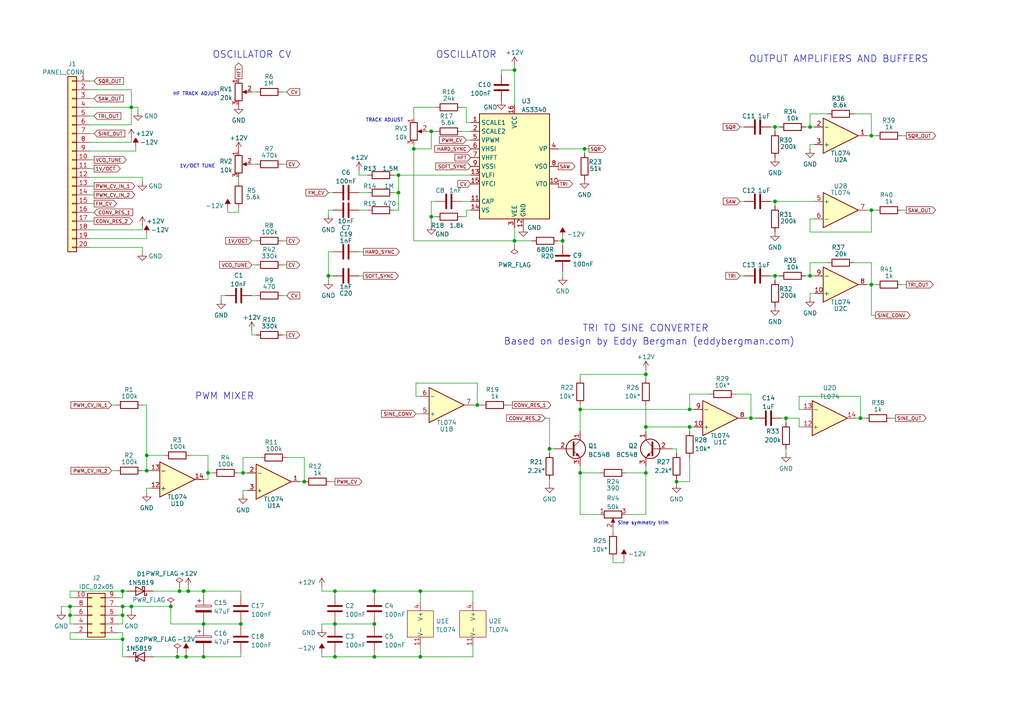
<source format=kicad_sch>
(kicad_sch (version 20211123) (generator eeschema)
  (paper "A4")
  (title_block (title "RW_EM_VCO_B") (date "2022-12-01") (rev "2022-12-01") (comment 1 "Licensed under CERN-OHL-S v2+") (comment 2 "https://github.com/sunfl0w/RW_EM"))
  (junction (at 168.275 137.16))
  (junction (at 97.155 190.5))
  (junction (at 224.79 80.01))
  (junction (at 252.73 60.96))
  (junction (at 187.325 108.585))
  (junction (at 187.325 137.16))
  (junction (at 200.025 118.745))
  (junction (at 59.055 190.5))
  (junction (at 51.435 190.5))
  (junction (at 38.1 31.115))
  (junction (at 20.32 175.895))
  (junction (at 163.195 69.85))
  (junction (at 59.055 180.975))
  (junction (at 49.53 175.895))
  (junction (at 69.85 180.975))
  (junction (at 38.1 175.895))
  (junction (at 115.57 50.8))
  (junction (at 53.975 190.5))
  (junction (at 108.585 190.5))
  (junction (at 97.155 171.45))
  (junction (at 224.79 58.42))
  (junction (at 149.225 69.85))
  (junction (at 125.095 62.865))
  (junction (at 121.92 190.5))
  (junction (at 108.585 180.975))
  (junction (at 42.545 136.525))
  (junction (at 159.385 130.175))
  (junction (at 187.325 123.825))
  (junction (at 95.25 80.01))
  (junction (at 54.61 171.45))
  (junction (at 59.055 171.45))
  (junction (at 249.555 121.285))
  (junction (at 196.215 139.7))
  (junction (at 252.73 39.37))
  (junction (at 20.32 178.435))
  (junction (at 120.015 43.18))
  (junction (at 125.095 38.1))
  (junction (at 252.73 82.55))
  (junction (at 224.79 36.83))
  (junction (at 88.265 139.7))
  (junction (at 138.43 117.475))
  (junction (at 70.485 137.16))
  (junction (at 42.545 132.08))
  (junction (at 35.56 171.45))
  (junction (at 35.56 178.435))
  (junction (at 35.56 175.895))
  (junction (at 149.225 20.32))
  (junction (at 97.155 180.975))
  (junction (at 168.275 118.745))
  (junction (at 52.07 171.45))
  (junction (at 234.95 80.01))
  (junction (at 169.545 43.18))
  (junction (at 200.025 123.825))
  (junction (at 121.92 171.45))
  (junction (at 115.57 55.88))
  (junction (at 227.965 121.285))
  (junction (at 108.585 171.45))
  (junction (at 217.805 121.285))
  (junction (at 234.95 36.83))
  (junction (at 35.56 185.42))
  (junction (at 60.325 137.16))
  (wire (pts (xy 126.365 58.42) (xy 125.095 58.42)))
  (wire (pts (xy 32.385 117.475) (xy 33.655 117.475)))
  (wire (pts (xy 187.325 108.585) (xy 187.325 109.855)))
  (wire (pts (xy 39.37 43.815) (xy 39.37 42.545)))
  (wire (pts (xy 136.525 60.96) (xy 135.255 60.96)))
  (wire (pts (xy 133.985 38.1) (xy 136.525 38.1)))
  (wire (pts (xy 65.405 85.725) (xy 64.135 85.725)))
  (wire (pts (xy 83.185 132.715) (xy 88.265 132.715)))
  (wire (pts (xy 20.32 175.895) (xy 17.78 175.895)))
  (wire (pts (xy 70.485 142.24) (xy 70.485 143.51)))
  (wire (pts (xy 26.035 69.215) (xy 42.545 69.215)))
  (wire (pts (xy 125.095 62.865) (xy 125.095 65.405)))
  (wire (pts (xy 20.32 183.515) (xy 21.59 183.515)))
  (wire (pts (xy 115.57 50.8) (xy 136.525 50.8)))
  (wire (pts (xy 104.14 50.8) (xy 104.14 49.53)))
  (wire (pts (xy 42.545 141.605) (xy 42.545 142.875)))
  (wire (pts (xy 163.195 69.85) (xy 163.195 71.12)))
  (wire (pts (xy 224.79 59.69) (xy 224.79 58.42)))
  (wire (pts (xy 51.435 190.5) (xy 51.435 189.23)))
  (wire (pts (xy 38.1 41.275) (xy 26.035 41.275)))
  (wire (pts (xy 133.985 31.115) (xy 135.255 31.115)))
  (wire (pts (xy 53.975 190.5) (xy 59.055 190.5)))
  (wire (pts (xy 40.005 31.115) (xy 38.1 31.115)))
  (wire (pts (xy 234.95 67.31) (xy 252.73 67.31)))
  (wire (pts (xy 35.56 180.975) (xy 34.29 180.975)))
  (wire (pts (xy 53.975 190.5) (xy 53.975 189.23)))
  (wire (pts (xy 252.73 76.2) (xy 247.65 76.2)))
  (wire (pts (xy 168.275 135.255) (xy 168.275 137.16)))
  (wire (pts (xy 240.03 76.2) (xy 234.95 76.2)))
  (wire (pts (xy 252.73 33.02) (xy 247.65 33.02)))
  (wire (pts (xy 252.73 67.31) (xy 252.73 60.96)))
  (wire (pts (xy 187.325 135.255) (xy 187.325 137.16)))
  (wire (pts (xy 35.56 175.895) (xy 38.1 175.895)))
  (wire (pts (xy 120.65 111.125) (xy 120.65 114.935)))
  (wire (pts (xy 196.215 139.7) (xy 200.025 139.7)))
  (wire (pts (xy 71.755 142.24) (xy 70.485 142.24)))
  (wire (pts (xy 108.585 171.45) (xy 121.92 171.45)))
  (wire (pts (xy 83.185 47.625) (xy 81.915 47.625)))
  (wire (pts (xy 83.185 97.155) (xy 81.915 97.155)))
  (wire (pts (xy 69.85 180.975) (xy 69.85 181.61)))
  (wire (pts (xy 170.815 43.18) (xy 169.545 43.18)))
  (wire (pts (xy 95.25 81.28) (xy 95.25 80.01)))
  (wire (pts (xy 217.805 121.285) (xy 216.535 121.285)))
  (wire (pts (xy 168.275 117.475) (xy 168.275 118.745)))
  (wire (pts (xy 227.965 121.285) (xy 227.965 122.555)))
  (wire (pts (xy 41.275 51.435) (xy 41.275 52.705)))
  (wire (pts (xy 187.325 137.16) (xy 187.325 149.225)))
  (wire (pts (xy 38.1 31.115) (xy 38.1 36.195)))
  (wire (pts (xy 32.385 136.525) (xy 33.655 136.525)))
  (wire (pts (xy 149.225 66.04) (xy 149.225 69.85)))
  (wire (pts (xy 214.63 36.83) (xy 215.9 36.83)))
  (wire (pts (xy 38.1 175.895) (xy 49.53 175.895)))
  (wire (pts (xy 73.025 95.885) (xy 73.025 97.155)))
  (wire (pts (xy 44.45 171.45) (xy 52.07 171.45)))
  (wire (pts (xy 194.945 130.175) (xy 196.215 130.175)))
  (wire (pts (xy 21.59 173.355) (xy 20.32 173.355)))
  (wire (pts (xy 163.195 78.74) (xy 163.195 80.01)))
  (wire (pts (xy 137.16 171.45) (xy 121.92 171.45)))
  (wire (pts (xy 224.79 80.01) (xy 223.52 80.01)))
  (wire (pts (xy 96.52 60.96) (xy 95.25 60.96)))
  (wire (pts (xy 149.225 20.32) (xy 149.225 30.48)))
  (wire (pts (xy 59.055 180.34) (xy 59.055 180.975)))
  (wire (pts (xy 224.79 58.42) (xy 223.52 58.42)))
  (wire (pts (xy 73.025 85.725) (xy 74.295 85.725)))
  (wire (pts (xy 120.015 41.91) (xy 120.015 43.18)))
  (wire (pts (xy 73.025 47.625) (xy 74.295 47.625)))
  (wire (pts (xy 231.775 118.745) (xy 231.775 114.935)))
  (wire (pts (xy 35.56 178.435) (xy 35.56 180.975)))
  (wire (pts (xy 138.43 111.125) (xy 120.65 111.125)))
  (wire (pts (xy 149.225 69.85) (xy 154.305 69.85)))
  (wire (pts (xy 26.035 31.115) (xy 38.1 31.115)))
  (wire (pts (xy 159.385 139.065) (xy 159.385 140.335)))
  (wire (pts (xy 168.275 109.855) (xy 168.275 108.585)))
  (wire (pts (xy 69.85 180.34) (xy 69.85 180.975)))
  (wire (pts (xy 181.61 137.16) (xy 187.325 137.16)))
  (wire (pts (xy 120.015 43.18) (xy 120.015 69.85)))
  (wire (pts (xy 70.485 137.16) (xy 71.755 137.16)))
  (wire (pts (xy 61.595 137.16) (xy 60.325 137.16)))
  (wire (pts (xy 200.025 139.7) (xy 200.025 132.715)))
  (wire (pts (xy 35.56 185.42) (xy 35.56 183.515)))
  (wire (pts (xy 41.275 136.525) (xy 42.545 136.525)))
  (wire (pts (xy 251.46 82.55) (xy 252.73 82.55)))
  (wire (pts (xy 97.155 190.5) (xy 108.585 190.5)))
  (wire (pts (xy 27.305 23.495) (xy 26.035 23.495)))
  (wire (pts (xy 35.56 190.5) (xy 36.83 190.5)))
  (wire (pts (xy 236.22 41.91) (xy 234.95 41.91)))
  (wire (pts (xy 41.275 51.435) (xy 26.035 51.435)))
  (wire (pts (xy 54.61 171.45) (xy 59.055 171.45)))
  (wire (pts (xy 233.045 123.825) (xy 231.775 123.825)))
  (wire (pts (xy 187.325 123.825) (xy 200.025 123.825)))
  (wire (pts (xy 73.025 26.67) (xy 74.295 26.67)))
  (wire (pts (xy 200.025 123.825) (xy 200.025 125.095)))
  (wire (pts (xy 97.155 171.45) (xy 97.155 172.72)))
  (wire (pts (xy 227.965 121.285) (xy 231.775 121.285)))
  (wire (pts (xy 20.32 178.435) (xy 20.32 180.975)))
  (wire (pts (xy 138.43 117.475) (xy 138.43 111.125)))
  (wire (pts (xy 97.155 139.7) (xy 95.885 139.7)))
  (wire (pts (xy 20.32 185.42) (xy 35.56 185.42)))
  (wire (pts (xy 96.52 73.025) (xy 95.25 73.025)))
  (wire (pts (xy 115.57 50.8) (xy 114.3 50.8)))
  (wire (pts (xy 133.985 58.42) (xy 136.525 58.42)))
  (wire (pts (xy 224.79 36.83) (xy 226.06 36.83)))
  (wire (pts (xy 95.25 55.88) (xy 96.52 55.88)))
  (wire (pts (xy 252.73 39.37) (xy 254 39.37)))
  (wire (pts (xy 69.85 190.5) (xy 69.85 189.23)))
  (wire (pts (xy 224.79 58.42) (xy 236.22 58.42)))
  (wire (pts (xy 121.92 190.5) (xy 121.92 187.325)))
  (wire (pts (xy 49.53 180.975) (xy 59.055 180.975)))
  (wire (pts (xy 137.16 174.625) (xy 137.16 171.45)))
  (wire (pts (xy 168.275 118.745) (xy 200.025 118.745)))
  (wire (pts (xy 168.275 108.585) (xy 187.325 108.585)))
  (wire (pts (xy 42.545 117.475) (xy 42.545 132.08)))
  (wire (pts (xy 66.04 60.325) (xy 66.04 61.595)))
  (wire (pts (xy 54.61 171.45) (xy 54.61 170.18)))
  (wire (pts (xy 249.555 121.285) (xy 248.285 121.285)))
  (wire (pts (xy 27.305 64.135) (xy 26.035 64.135)))
  (wire (pts (xy 64.135 85.725) (xy 64.135 86.995)))
  (wire (pts (xy 60.325 137.16) (xy 60.325 139.065)))
  (wire (pts (xy 123.825 38.1) (xy 125.095 38.1)))
  (wire (pts (xy 137.16 190.5) (xy 137.16 187.325)))
  (wire (pts (xy 177.8 161.925) (xy 177.8 163.195)))
  (wire (pts (xy 224.79 36.83) (xy 223.52 36.83)))
  (wire (pts (xy 60.325 132.08) (xy 60.325 137.16)))
  (wire (pts (xy 108.585 180.975) (xy 108.585 181.61)))
  (wire (pts (xy 20.32 180.975) (xy 21.59 180.975)))
  (wire (pts (xy 106.68 50.8) (xy 104.14 50.8)))
  (wire (pts (xy 97.155 180.975) (xy 108.585 180.975)))
  (wire (pts (xy 69.215 51.435) (xy 69.215 52.705)))
  (wire (pts (xy 69.85 172.72) (xy 69.85 171.45)))
  (wire (pts (xy 95.25 73.025) (xy 95.25 80.01)))
  (wire (pts (xy 135.255 62.865) (xy 133.985 62.865)))
  (wire (pts (xy 120.015 31.115) (xy 120.015 34.29)))
  (wire (pts (xy 250.825 121.285) (xy 249.555 121.285)))
  (wire (pts (xy 125.095 43.18) (xy 125.095 38.1)))
  (wire (pts (xy 47.625 132.08) (xy 42.545 132.08)))
  (wire (pts (xy 233.68 80.01) (xy 234.95 80.01)))
  (wire (pts (xy 234.95 76.2) (xy 234.95 80.01)))
  (wire (pts (xy 93.345 190.5) (xy 97.155 190.5)))
  (wire (pts (xy 217.805 121.285) (xy 219.075 121.285)))
  (wire (pts (xy 214.63 58.42) (xy 215.9 58.42)))
  (wire (pts (xy 120.015 69.85) (xy 149.225 69.85)))
  (wire (pts (xy 73.025 97.155) (xy 74.295 97.155)))
  (wire (pts (xy 240.03 33.02) (xy 234.95 33.02)))
  (wire (pts (xy 73.025 76.835) (xy 74.295 76.835)))
  (wire (pts (xy 83.185 26.67) (xy 81.915 26.67)))
  (wire (pts (xy 114.3 60.96) (xy 115.57 60.96)))
  (wire (pts (xy 35.56 183.515) (xy 34.29 183.515)))
  (wire (pts (xy 200.025 118.745) (xy 200.025 114.3)))
  (wire (pts (xy 108.585 171.45) (xy 108.585 172.72)))
  (wire (pts (xy 35.56 175.895) (xy 35.56 178.435)))
  (wire (pts (xy 43.815 141.605) (xy 42.545 141.605)))
  (wire (pts (xy 38.1 175.895) (xy 38.1 177.165)))
  (wire (pts (xy 224.79 81.28) (xy 224.79 80.01)))
  (wire (pts (xy 234.95 85.09) (xy 234.95 86.36)))
  (wire (pts (xy 42.545 136.525) (xy 43.815 136.525)))
  (wire (pts (xy 93.345 180.975) (xy 97.155 180.975)))
  (wire (pts (xy 42.545 69.215) (xy 42.545 67.945)))
  (wire (pts (xy 200.025 114.3) (xy 205.74 114.3)))
  (wire (pts (xy 234.95 41.91) (xy 234.95 43.18)))
  (wire (pts (xy 38.1 26.035) (xy 38.1 31.115)))
  (wire (pts (xy 93.345 170.18) (xy 93.345 171.45)))
  (wire (pts (xy 180.975 163.195) (xy 180.975 161.925)))
  (wire (pts (xy 236.22 85.09) (xy 234.95 85.09)))
  (wire (pts (xy 138.43 117.475) (xy 139.7 117.475)))
  (wire (pts (xy 227.965 130.175) (xy 227.965 131.445)))
  (wire (pts (xy 187.325 123.825) (xy 187.325 125.095)))
  (wire (pts (xy 17.78 175.895) (xy 17.78 177.165)))
  (wire (pts (xy 213.36 114.3) (xy 217.805 114.3)))
  (wire (pts (xy 120.015 43.18) (xy 125.095 43.18)))
  (wire (pts (xy 226.695 121.285) (xy 227.965 121.285)))
  (wire (pts (xy 108.585 189.23) (xy 108.585 190.5)))
  (wire (pts (xy 20.32 178.435) (xy 21.59 178.435)))
  (wire (pts (xy 196.215 139.065) (xy 196.215 139.7)))
  (wire (pts (xy 169.545 43.18) (xy 161.925 43.18)))
  (wire (pts (xy 20.32 175.895) (xy 20.32 178.435)))
  (wire (pts (xy 27.305 46.355) (xy 26.035 46.355)))
  (wire (pts (xy 251.46 39.37) (xy 252.73 39.37)))
  (wire (pts (xy 168.275 118.745) (xy 168.275 125.095)))
  (wire (pts (xy 34.29 175.895) (xy 35.56 175.895)))
  (wire (pts (xy 262.89 60.96) (xy 261.62 60.96)))
  (wire (pts (xy 125.095 58.42) (xy 125.095 62.865)))
  (wire (pts (xy 27.305 33.655) (xy 26.035 33.655)))
  (wire (pts (xy 55.245 132.08) (xy 60.325 132.08)))
  (wire (pts (xy 252.73 82.55) (xy 252.73 91.44)))
  (wire (pts (xy 234.95 63.5) (xy 234.95 67.31)))
  (wire (pts (xy 60.325 139.065) (xy 59.055 139.065)))
  (wire (pts (xy 145.415 20.32) (xy 149.225 20.32)))
  (wire (pts (xy 27.305 48.895) (xy 26.035 48.895)))
  (wire (pts (xy 35.56 173.355) (xy 34.29 173.355)))
  (wire (pts (xy 93.345 189.23) (xy 93.345 190.5)))
  (wire (pts (xy 95.25 80.01) (xy 96.52 80.01)))
  (wire (pts (xy 27.305 56.515) (xy 26.035 56.515)))
  (wire (pts (xy 69.215 137.16) (xy 70.485 137.16)))
  (wire (pts (xy 59.055 172.72) (xy 59.055 171.45)))
  (wire (pts (xy 26.035 43.815) (xy 39.37 43.815)))
  (wire (pts (xy 104.14 60.96) (xy 106.68 60.96)))
  (wire (pts (xy 51.435 190.5) (xy 53.975 190.5)))
  (wire (pts (xy 26.035 36.195) (xy 38.1 36.195)))
  (wire (pts (xy 163.195 68.58) (xy 163.195 69.85)))
  (wire (pts (xy 27.305 28.575) (xy 26.035 28.575)))
  (wire (pts (xy 168.275 137.16) (xy 168.275 149.225)))
  (wire (pts (xy 114.3 55.88) (xy 115.57 55.88)))
  (wire (pts (xy 27.305 53.975) (xy 26.035 53.975)))
  (wire (pts (xy 93.345 171.45) (xy 97.155 171.45)))
  (wire (pts (xy 233.045 118.745) (xy 231.775 118.745)))
  (wire (pts (xy 200.025 118.745) (xy 201.295 118.745)))
  (wire (pts (xy 234.95 33.02) (xy 234.95 36.83)))
  (wire (pts (xy 104.14 55.88) (xy 106.68 55.88)))
  (wire (pts (xy 59.055 180.975) (xy 59.055 181.61)))
  (wire (pts (xy 252.73 82.55) (xy 254 82.55)))
  (wire (pts (xy 214.63 80.01) (xy 215.9 80.01)))
  (wire (pts (xy 231.775 123.825) (xy 231.775 121.285)))
  (wire (pts (xy 97.155 180.34) (xy 97.155 180.975)))
  (wire (pts (xy 177.8 163.195) (xy 180.975 163.195)))
  (wire (pts (xy 145.415 21.59) (xy 145.415 20.32)))
  (wire (pts (xy 121.92 190.5) (xy 137.16 190.5)))
  (wire (pts (xy 40.005 32.385) (xy 40.005 31.115)))
  (wire (pts (xy 231.775 114.935) (xy 249.555 114.935)))
  (wire (pts (xy 217.805 114.3) (xy 217.805 121.285)))
  (wire (pts (xy 108.585 190.5) (xy 121.92 190.5)))
  (wire (pts (xy 135.255 60.96) (xy 135.255 62.865)))
  (wire (pts (xy 66.04 61.595) (xy 69.215 61.595)))
  (wire (pts (xy 41.275 117.475) (xy 42.545 117.475)))
  (wire (pts (xy 196.215 130.175) (xy 196.215 131.445)))
  (wire (pts (xy 251.46 60.96) (xy 252.73 60.96)))
  (wire (pts (xy 35.56 185.42) (xy 35.56 190.5)))
  (wire (pts (xy 137.16 117.475) (xy 138.43 117.475)))
  (wire (pts (xy 88.265 139.7) (xy 86.995 139.7)))
  (wire (pts (xy 177.8 153.035) (xy 177.8 154.305)))
  (wire (pts (xy 108.585 180.34) (xy 108.585 180.975)))
  (wire (pts (xy 75.565 132.715) (xy 70.485 132.715)))
  (wire (pts (xy 233.68 36.83) (xy 234.95 36.83)))
  (wire (pts (xy 168.275 149.225) (xy 173.99 149.225)))
  (wire (pts (xy 168.275 137.16) (xy 173.99 137.16)))
  (wire (pts (xy 20.32 183.515) (xy 20.32 185.42)))
  (wire (pts (xy 69.215 61.595) (xy 69.215 60.325)))
  (wire (pts (xy 147.32 117.475) (xy 148.59 117.475)))
  (wire (pts (xy 236.22 63.5) (xy 234.95 63.5)))
  (wire (pts (xy 97.155 171.45) (xy 108.585 171.45)))
  (wire (pts (xy 234.95 80.01) (xy 236.22 80.01)))
  (wire (pts (xy 121.92 174.625) (xy 121.92 171.45)))
  (wire (pts (xy 149.225 69.85) (xy 149.225 71.12)))
  (wire (pts (xy 93.345 182.245) (xy 93.345 180.975)))
  (wire (pts (xy 105.41 80.01) (xy 104.14 80.01)))
  (wire (pts (xy 49.53 175.895) (xy 49.53 180.975)))
  (wire (pts (xy 97.155 189.23) (xy 97.155 190.5)))
  (wire (pts (xy 159.385 130.175) (xy 159.385 131.445)))
  (wire (pts (xy 26.035 26.035) (xy 38.1 26.035)))
  (wire (pts (xy 262.89 82.55) (xy 261.62 82.55)))
  (wire (pts (xy 41.275 71.755) (xy 41.275 73.025)))
  (wire (pts (xy 59.055 190.5) (xy 69.85 190.5)))
  (wire (pts (xy 262.89 39.37) (xy 261.62 39.37)))
  (wire (pts (xy 252.73 60.96) (xy 254 60.96)))
  (wire (pts (xy 27.305 59.055) (xy 26.035 59.055)))
  (wire (pts (xy 120.65 114.935) (xy 121.92 114.935)))
  (wire (pts (xy 135.255 40.64) (xy 136.525 40.64)))
  (wire (pts (xy 70.485 132.715) (xy 70.485 137.16)))
  (wire (pts (xy 249.555 114.935) (xy 249.555 121.285)))
  (wire (pts (xy 42.545 132.08) (xy 42.545 136.525)))
  (wire (pts (xy 224.79 80.01) (xy 226.06 80.01)))
  (wire (pts (xy 20.32 171.45) (xy 35.56 171.45)))
  (wire (pts (xy 52.07 171.45) (xy 52.07 170.18)))
  (wire (pts (xy 59.055 180.975) (xy 69.85 180.975)))
  (wire (pts (xy 120.65 120.015) (xy 121.92 120.015)))
  (wire (pts (xy 115.57 50.8) (xy 115.57 55.88)))
  (wire (pts (xy 252.73 82.55) (xy 252.73 76.2)))
  (wire (pts (xy 252.73 91.44) (xy 254 91.44)))
  (wire (pts (xy 234.95 36.83) (xy 236.22 36.83)))
  (wire (pts (xy 158.115 121.285) (xy 159.385 121.285)))
  (wire (pts (xy 35.56 171.45) (xy 36.83 171.45)))
  (wire (pts (xy 126.365 31.115) (xy 120.015 31.115)))
  (wire (pts (xy 196.215 139.7) (xy 196.215 140.335)))
  (wire (pts (xy 59.055 171.45) (xy 69.85 171.45)))
  (wire (pts (xy 73.025 69.85) (xy 74.295 69.85)))
  (wire (pts (xy 83.185 76.835) (xy 81.915 76.835)))
  (wire (pts (xy 149.225 19.05) (xy 149.225 20.32)))
  (wire (pts (xy 135.255 35.56) (xy 136.525 35.56)))
  (wire (pts (xy 35.56 171.45) (xy 35.56 173.355)))
  (wire (pts (xy 200.025 123.825) (xy 201.295 123.825)))
  (wire (pts (xy 187.325 107.315) (xy 187.325 108.585)))
  (wire (pts (xy 20.32 173.355) (xy 20.32 171.45)))
  (wire (pts (xy 41.275 66.675) (xy 26.035 66.675)))
  (wire (pts (xy 44.45 190.5) (xy 51.435 190.5)))
  (wire (pts (xy 21.59 175.895) (xy 20.32 175.895)))
  (wire (pts (xy 159.385 130.175) (xy 159.385 121.285)))
  (wire (pts (xy 252.73 39.37) (xy 252.73 33.02)))
  (wire (pts (xy 224.79 38.1) (xy 224.79 36.83)))
  (wire (pts (xy 187.325 149.225) (xy 181.61 149.225)))
  (wire (pts (xy 41.275 65.405) (xy 41.275 66.675)))
  (wire (pts (xy 187.325 117.475) (xy 187.325 123.825)))
  (wire (pts (xy 88.265 132.715) (xy 88.265 139.7)))
  (wire (pts (xy 59.055 189.23) (xy 59.055 190.5)))
  (wire (pts (xy 41.275 71.755) (xy 26.035 71.755)))
  (wire (pts (xy 52.07 171.45) (xy 54.61 171.45)))
  (wire (pts (xy 169.545 43.18) (xy 169.545 44.45)))
  (wire (pts (xy 27.305 61.595) (xy 26.035 61.595)))
  (wire (pts (xy 105.41 73.025) (xy 104.14 73.025)))
  (wire (pts (xy 259.715 121.285) (xy 258.445 121.285)))
  (wire (pts (xy 81.915 85.725) (xy 83.185 85.725)))
  (wire (pts (xy 95.25 60.96) (xy 95.25 62.23)))
  (wire (pts (xy 125.095 62.865) (xy 126.365 62.865)))
  (wire (pts (xy 97.155 180.975) (xy 97.155 181.61)))
  (wire (pts (xy 160.655 130.175) (xy 159.385 130.175)))
  (wire (pts (xy 27.305 38.735) (xy 26.035 38.735)))
  (wire (pts (xy 115.57 55.88) (xy 115.57 60.96)))
  (wire (pts (xy 83.185 69.85) (xy 81.915 69.85)))
  (wire (pts (xy 125.095 38.1) (xy 126.365 38.1)))
  (wire (pts (xy 163.195 69.85) (xy 161.925 69.85)))
  (wire (pts (xy 34.29 178.435) (xy 35.56 178.435)))
  (wire (pts (xy 38.1 40.005) (xy 38.1 41.275)))
  (wire (pts (xy 135.255 31.115) (xy 135.255 35.56)))
  (text "TRACK ADJUST" (at 106.045 35.56 0) (effects (font (size 1 1)) (justify left bottom)))
  (text "Based on design by Eddy Bergman (eddybergman.com)" (at 146.05 100.33 0) (effects (font (size 2 2)) (justify left bottom)))
  (text "1V/OCT TUNE" (at 52.07 48.895 0) (effects (font (size 1 1)) (justify left bottom)))
  (text "OUTPUT AMPLIFIERS AND BUFFERS" (at 217.17 18.415 0) (effects (font (size 2 2)) (justify left bottom)))
  (text "PWM MIXER" (at 56.515 116.205 0) (effects (font (size 2 2)) (justify left bottom)))
  (text "Sine symmetry trim" (at 179.07 152.4 0) (effects (font (size 1 1)) (justify left bottom)))
  (text "TRI TO SINE CONVERTER" (at 168.91 96.52 0) (effects (font (size 2 2)) (justify left bottom)))
  (text "OSCILLATOR" (at 126.365 17.145 0) (effects (font (size 2 2)) (justify left bottom)))
  (text "OSCILLATOR CV" (at 61.595 17.145 0) (effects (font (size 2 2)) (justify left bottom)))
  (text "HF TRACK ADJUST" (at 50.165 27.94 0) (effects (font (size 1 1)) (justify left bottom)))
  (global_label "SAW_OUT" (shape input) (at 27.305 28.575 0) (effects (font (size 1 1))) (property "Intersheet References" "${INTERSHEET_REFS}" (effects hide)))
  (global_label "SQR" (shape output) (at 170.815 43.18 0) (effects (font (size 1 1))) (property "Intersheet References" "${INTERSHEET_REFS}" (effects hide)))
  (global_label "FM_CV" (shape output) (at 27.305 59.055 0) (effects (font (size 1 1))) (property "Intersheet References" "${INTERSHEET_REFS}" (effects hide)))
  (global_label "CONV_RES_1" (shape input) (at 27.305 61.595 0) (effects (font (size 1 1))) (property "Intersheet References" "${INTERSHEET_REFS}" (effects hide)))
  (global_label "PWM_CV" (shape output) (at 97.155 139.7 0) (effects (font (size 1 1))) (property "Intersheet References" "${INTERSHEET_REFS}" (effects hide)))
  (global_label "SQR_OUT" (shape input) (at 27.305 23.495 0) (effects (font (size 1 1))) (property "Intersheet References" "${INTERSHEET_REFS}" (effects hide)))
  (global_label "SINE_OUT" (shape output) (at 259.715 121.285 0) (effects (font (size 1 1))) (property "Intersheet References" "${INTERSHEET_REFS}" (effects hide)))
  (global_label "CONV_RES_1" (shape output) (at 148.59 117.475 0) (effects (font (size 1 1))) (property "Intersheet References" "${INTERSHEET_REFS}" (effects hide)))
  (global_label "TRI_OUT" (shape output) (at 262.89 82.55 0) (effects (font (size 1 1))) (property "Intersheet References" "${INTERSHEET_REFS}" (effects hide)))
  (global_label "SAW" (shape input) (at 214.63 58.42 180) (effects (font (size 1 1))) (property "Intersheet References" "${INTERSHEET_REFS}" (effects hide)))
  (global_label "CV" (shape input) (at 83.185 85.725 0) (effects (font (size 1 1))) (property "Intersheet References" "${INTERSHEET_REFS}" (effects hide)))
  (global_label "HFT" (shape output) (at 69.215 22.86 90) (effects (font (size 1 1))) (property "Intersheet References" "${INTERSHEET_REFS}" (effects hide)))
  (global_label "CV" (shape input) (at 83.185 26.67 0) (effects (font (size 1 1))) (property "Intersheet References" "${INTERSHEET_REFS}" (effects hide)))
  (global_label "SOFT_SYNC" (shape output) (at 105.41 80.01 0) (effects (font (size 1 1))) (property "Intersheet References" "${INTERSHEET_REFS}" (effects hide)))
  (global_label "VCO_TUNE" (shape input) (at 73.025 76.835 180) (effects (font (size 1 1))) (property "Intersheet References" "${INTERSHEET_REFS}" (effects hide)))
  (global_label "PWM_CV_IN_2" (shape output) (at 27.305 56.515 0) (effects (font (size 1 1))) (property "Intersheet References" "${INTERSHEET_REFS}" (effects hide)))
  (global_label "1V{slash}OCT" (shape input) (at 73.025 69.85 180) (effects (font (size 1 1))) (property "Intersheet References" "${INTERSHEET_REFS}" (effects hide)))
  (global_label "CONV_RES_2" (shape input) (at 158.115 121.285 180) (effects (font (size 1 1))) (property "Intersheet References" "${INTERSHEET_REFS}" (effects hide)))
  (global_label "CV" (shape input) (at 136.525 53.34 180) (effects (font (size 1 1))) (property "Intersheet References" "${INTERSHEET_REFS}" (effects hide)))
  (global_label "SAW_OUT" (shape output) (at 262.89 60.96 0) (effects (font (size 1 1))) (property "Intersheet References" "${INTERSHEET_REFS}" (effects hide)))
  (global_label "PWM_CV_IN_1" (shape output) (at 27.305 53.975 0) (effects (font (size 1 1))) (property "Intersheet References" "${INTERSHEET_REFS}" (effects hide)))
  (global_label "PWM_CV_IN_2" (shape input) (at 32.385 136.525 180) (effects (font (size 1 1))) (property "Intersheet References" "${INTERSHEET_REFS}" (effects hide)))
  (global_label "SQR" (shape input) (at 214.63 36.83 180) (effects (font (size 1 1))) (property "Intersheet References" "${INTERSHEET_REFS}" (effects hide)))
  (global_label "HFT" (shape input) (at 136.525 45.72 180) (effects (font (size 1 1))) (property "Intersheet References" "${INTERSHEET_REFS}" (effects hide)))
  (global_label "SOFT_SYNC" (shape input) (at 136.525 48.26 180) (effects (font (size 1 1))) (property "Intersheet References" "${INTERSHEET_REFS}" (effects hide)))
  (global_label "SAW" (shape output) (at 161.925 48.26 0) (effects (font (size 1 1))) (property "Intersheet References" "${INTERSHEET_REFS}" (effects hide)))
  (global_label "HARD_SYNC" (shape output) (at 105.41 73.025 0) (effects (font (size 1 1))) (property "Intersheet References" "${INTERSHEET_REFS}" (effects hide)))
  (global_label "SINE_CONV" (shape output) (at 254 91.44 0) (effects (font (size 1 1))) (property "Intersheet References" "${INTERSHEET_REFS}" (effects hide)))
  (global_label "TRI_OUT" (shape input) (at 27.305 33.655 0) (effects (font (size 1 1))) (property "Intersheet References" "${INTERSHEET_REFS}" (effects hide)))
  (global_label "TRI" (shape input) (at 214.63 80.01 180) (effects (font (size 1 1))) (property "Intersheet References" "${INTERSHEET_REFS}" (effects hide)))
  (global_label "1V{slash}OCT" (shape output) (at 27.305 48.895 0) (effects (font (size 1 1))) (property "Intersheet References" "${INTERSHEET_REFS}" (effects hide)))
  (global_label "SINE_OUT" (shape input) (at 27.305 38.735 0) (effects (font (size 1 1))) (property "Intersheet References" "${INTERSHEET_REFS}" (effects hide)))
  (global_label "VCO_TUNE" (shape output) (at 27.305 46.355 0) (effects (font (size 1 1))) (property "Intersheet References" "${INTERSHEET_REFS}" (effects hide)))
  (global_label "CONV_RES_2" (shape output) (at 27.305 64.135 0) (effects (font (size 1 1))) (property "Intersheet References" "${INTERSHEET_REFS}" (effects hide)))
  (global_label "SQR_OUT" (shape output) (at 262.89 39.37 0) (effects (font (size 1 1))) (property "Intersheet References" "${INTERSHEET_REFS}" (effects hide)))
  (global_label "FM_CV" (shape input) (at 95.25 55.88 180) (effects (font (size 1 1))) (property "Intersheet References" "${INTERSHEET_REFS}" (effects hide)))
  (global_label "TRI" (shape output) (at 161.925 53.34 0) (effects (font (size 1 1))) (property "Intersheet References" "${INTERSHEET_REFS}" (effects hide)))
  (global_label "PWM_CV" (shape input) (at 135.255 40.64 180) (effects (font (size 1 1))) (property "Intersheet References" "${INTERSHEET_REFS}" (effects hide)))
  (global_label "PWM_CV_IN_1" (shape input) (at 32.385 117.475 180) (effects (font (size 1 1))) (property "Intersheet References" "${INTERSHEET_REFS}" (effects hide)))
  (global_label "CV" (shape output) (at 83.185 47.625 0) (effects (font (size 1 1))) (property "Intersheet References" "${INTERSHEET_REFS}" (effects hide)))
  (global_label "HARD_SYNC" (shape input) (at 136.525 43.18 180) (effects (font (size 1 1))) (property "Intersheet References" "${INTERSHEET_REFS}" (effects hide)))
  (global_label "CV" (shape output) (at 83.185 76.835 0) (effects (font (size 1 1))) (property "Intersheet References" "${INTERSHEET_REFS}" (effects hide)))
  (global_label "SINE_CONV" (shape input) (at 120.65 120.015 180) (effects (font (size 1 1))) (property "Intersheet References" "${INTERSHEET_REFS}" (effects hide)))
  (global_label "CV" (shape output) (at 83.185 97.155 0) (effects (font (size 1 1))) (property "Intersheet References" "${INTERSHEET_REFS}" (effects hide)))
  (global_label "CV" (shape output) (at 83.185 69.85 0) (effects (font (size 1 1))) (property "Intersheet References" "${INTERSHEET_REFS}" (effects hide)))
  (symbol (lib_id "Device:C") (at 219.71 36.83 90) (unit 1)
    (property "Reference" "C11" (at 217.17 33.655 90))
    (property "Value" "1uF" (at 221.615 33.655 90))
    (property "Footprint" "Capacitor_THT:C_Rect_L7.2mm_W5.5mm_P5.00mm_FKS2_FKP2_MKS2_MKP2" (effects hide))
  )
  (symbol (lib_id "Device:R") (at 78.105 26.67 90) (unit 1)
    (property "Reference" "R6" (at 79.375 22.225 90) (effects (justify left)))
    (property "Value" "1M" (at 79.375 24.13 90) (effects (justify left)))
    (property "Footprint" "Resistor_THT:R_Axial_DIN0207_L6.3mm_D2.5mm_P10.16mm_Horizontal" (effects hide))
  )
  (symbol (lib_id "Device:C") (at 69.85 185.42 0) (unit 1)
    (property "Reference" "C18" (at 72.771 184.5853 0) (effects (justify left)))
    (property "Value" "100nF" (at 72.771 187.1222 0) (effects (justify left)))
    (property "Footprint" "Capacitor_THT:C_Disc_D5.0mm_W2.5mm_P5.00mm" (effects hide))
  )
  (symbol (lib_id "Device:C") (at 97.155 185.42 0) (unit 1)
    (property "Reference" "C3" (at 100.076 184.5853 0) (effects (justify left)))
    (property "Value" "100nF" (at 100.076 187.1222 0) (effects (justify left)))
    (property "Footprint" "Capacitor_THT:C_Disc_D5.0mm_W2.5mm_P5.00mm" (effects hide))
  )
  (symbol (lib_id "Device:R") (at 243.84 33.02 90) (unit 1)
    (property "Reference" "R36" (at 245.11 28.575 90) (effects (justify left)))
    (property "Value" "8.6k" (at 245.745 30.48 90) (effects (justify left)))
    (property "Footprint" "Resistor_THT:R_Axial_DIN0207_L6.3mm_D2.5mm_P10.16mm_Horizontal" (effects hide))
  )
  (symbol (lib_id "Device:R") (at 200.025 128.905 180) (unit 1)
    (property "Reference" "R28" (at 203.2 127.635 0))
    (property "Value" "10k*" (at 203.835 130.175 0))
    (property "Footprint" "Resistor_THT:R_Axial_DIN0207_L6.3mm_D2.5mm_P10.16mm_Horizontal" (effects hide))
  )
  (symbol (lib_id "power:GND") (at 224.79 88.9 0) (unit 1)
    (property "Reference" "#PWR034" (effects hide))
    (property "Value" "GND" (at 224.79 93.3434 0))
  )
  (symbol (lib_id "RW_EurorackModular:TL074") (at 208.915 121.285 0) (mirror x) (unit 3)
    (property "Reference" "U1" (at 208.915 128.27 0))
    (property "Value" "TL074" (at 208.915 126.365 0))
  )
  (symbol (lib_id "Device:R") (at 187.325 113.665 180) (unit 1)
    (property "Reference" "R26" (at 183.515 112.395 0))
    (property "Value" "10k*" (at 183.515 114.935 0))
    (property "Footprint" "Resistor_THT:R_Axial_DIN0207_L6.3mm_D2.5mm_P10.16mm_Horizontal" (effects hide))
  )
  (symbol (lib_id "Device:R") (at 110.49 60.96 90) (unit 1)
    (property "Reference" "R15" (at 109.22 59.055 90) (effects (justify left)))
    (property "Value" "470" (at 114.935 59.055 90) (effects (justify left)))
    (property "Footprint" "Resistor_THT:R_Axial_DIN0207_L6.3mm_D2.5mm_P10.16mm_Horizontal" (effects hide))
  )
  (symbol (lib_id "Device:C") (at 100.33 73.025 270) (unit 1)
    (property "Reference" "C19" (at 100.33 67.945 90))
    (property "Value" "1nF" (at 100.33 69.85 90))
    (property "Footprint" "Capacitor_THT:C_Disc_D5.0mm_W2.5mm_P5.00mm" (effects hide))
  )
  (symbol (lib_id "power:-12V") (at 53.975 189.23 0) (unit 1)
    (property "Reference" "#PWR039" (effects hide))
    (property "Value" "-12V" (at 53.975 185.42 0))
  )
  (symbol (lib_id "Device:C") (at 69.85 176.53 0) (unit 1)
    (property "Reference" "C17" (at 72.771 175.6953 0) (effects (justify left)))
    (property "Value" "100nF" (at 72.771 178.2322 0) (effects (justify left)))
    (property "Footprint" "Capacitor_THT:C_Disc_D5.0mm_W2.5mm_P5.00mm" (effects hide))
  )
  (symbol (lib_id "Device:R") (at 78.105 97.155 90) (unit 1)
    (property "Reference" "R10" (at 80.01 92.71 90) (effects (justify left)))
    (property "Value" "330k" (at 80.645 94.615 90) (effects (justify left)))
    (property "Footprint" "Resistor_THT:R_Axial_DIN0207_L6.3mm_D2.5mm_P10.16mm_Horizontal" (effects hide))
  )
  (symbol (lib_id "RW_EurorackModular:TL074") (at 243.84 60.96 0) (unit 2)
    (property "Reference" "U2" (at 243.84 53.975 0))
    (property "Value" "TL074" (at 243.84 55.88 0))
  )
  (symbol (lib_id "Device:R") (at 159.385 135.255 180) (unit 1)
    (property "Reference" "R21" (at 155.575 133.985 0))
    (property "Value" "2.2k*" (at 155.575 136.525 0))
    (property "Footprint" "Resistor_THT:R_Axial_DIN0207_L6.3mm_D2.5mm_P10.16mm_Horizontal" (effects hide))
  )
  (symbol (lib_id "Device:R") (at 257.81 60.96 90) (unit 1)
    (property "Reference" "R40" (at 259.08 56.515 90) (effects (justify left)))
    (property "Value" "1k" (at 259.08 58.42 90) (effects (justify left)))
    (property "Footprint" "Resistor_THT:R_Axial_DIN0207_L6.3mm_D2.5mm_P10.16mm_Horizontal" (effects hide))
  )
  (symbol (lib_id "power:GND") (at 169.545 52.07 0) (unit 1)
    (property "Reference" "#PWR028" (effects hide))
    (property "Value" "GND" (at 169.545 56.5134 0))
  )
  (symbol (lib_id "Device:R") (at 254.635 121.285 270) (unit 1)
    (property "Reference" "R38" (at 254.635 116.84 90))
    (property "Value" "1k" (at 254.635 118.745 90))
    (property "Footprint" "Resistor_THT:R_Axial_DIN0207_L6.3mm_D2.5mm_P10.16mm_Horizontal" (effects hide))
  )
  (symbol (lib_id "Device:C") (at 219.71 80.01 90) (unit 1)
    (property "Reference" "C13" (at 217.17 76.835 90))
    (property "Value" "1uF" (at 221.615 76.835 90))
    (property "Footprint" "Capacitor_THT:C_Rect_L7.2mm_W5.5mm_P5.00mm_FKS2_FKP2_MKS2_MKP2" (effects hide))
  )
  (symbol (lib_id "Device:R") (at 79.375 132.715 90) (unit 1)
    (property "Reference" "R11" (at 80.645 128.27 90) (effects (justify left)))
    (property "Value" "100k" (at 81.915 130.175 90) (effects (justify left)))
    (property "Footprint" "Resistor_THT:R_Axial_DIN0207_L6.3mm_D2.5mm_P10.16mm_Horizontal" (effects hide))
  )
  (symbol (lib_id "Device:R") (at 243.84 76.2 90) (unit 1)
    (property "Reference" "R37" (at 245.11 71.755 90) (effects (justify left)))
    (property "Value" "20k" (at 245.745 73.66 90) (effects (justify left)))
    (property "Footprint" "Resistor_THT:R_Axial_DIN0207_L6.3mm_D2.5mm_P10.16mm_Horizontal" (effects hide))
  )
  (symbol (lib_id "Device:R") (at 224.79 63.5 0) (mirror y) (unit 1)
    (property "Reference" "R31" (at 229.87 62.23 0) (effects (justify left)))
    (property "Value" "200k" (at 231.14 64.135 0) (effects (justify left)))
    (property "Footprint" "Resistor_THT:R_Axial_DIN0207_L6.3mm_D2.5mm_P10.16mm_Horizontal" (effects hide))
  )
  (symbol (lib_id "Device:R") (at 168.275 113.665 180) (unit 1)
    (property "Reference" "R22" (at 164.465 112.395 0))
    (property "Value" "10k*" (at 164.465 114.935 0))
    (property "Footprint" "Resistor_THT:R_Axial_DIN0207_L6.3mm_D2.5mm_P10.16mm_Horizontal" (effects hide))
  )
  (symbol (lib_id "Device:R_Potentiometer") (at 177.8 149.225 90) (mirror x) (unit 1)
    (property "Reference" "RV4" (at 177.8 144.5092 90))
    (property "Value" "50k" (at 177.8 147.0461 90))
    (property "Footprint" "Potentiometer_THT:Potentiometer_Bourns_3296W_Vertical" (effects hide))
  )
  (symbol (lib_id "Device:R") (at 143.51 117.475 90) (unit 1)
    (property "Reference" "R19" (at 144.78 113.03 90) (effects (justify left)))
    (property "Value" "1k" (at 144.78 114.935 90) (effects (justify left)))
    (property "Footprint" "Resistor_THT:R_Axial_DIN0207_L6.3mm_D2.5mm_P10.16mm_Horizontal" (effects hide))
  )
  (symbol (lib_id "Device:R") (at 257.81 82.55 90) (unit 1)
    (property "Reference" "R41" (at 259.08 78.105 90) (effects (justify left)))
    (property "Value" "1k" (at 259.08 80.01 90) (effects (justify left)))
    (property "Footprint" "Resistor_THT:R_Axial_DIN0207_L6.3mm_D2.5mm_P10.16mm_Horizontal" (effects hide))
  )
  (symbol (lib_id "power:GND") (at 17.78 177.165 0) (unit 1)
    (property "Reference" "#PWR08" (effects hide))
    (property "Value" "GND" (at 17.78 181.6084 0))
  )
  (symbol (lib_id "Device:C") (at 130.175 58.42 90) (unit 1)
    (property "Reference" "C8" (at 127.635 55.245 90))
    (property "Value" "1nF" (at 132.08 55.245 90))
    (property "Footprint" "Capacitor_THT:C_Rect_L7.2mm_W5.5mm_P5.00mm_FKS2_FKP2_MKS2_MKP2" (effects hide))
  )
  (symbol (lib_id "Diode:1N5819") (at 40.64 190.5 0) (unit 1)
    (property "Reference" "D2" (at 40.3225 185.5302 0))
    (property "Value" "1N5819" (at 40.3225 188.0671 0))
    (property "Footprint" "Diode_THT:D_DO-41_SOD81_P10.16mm_Horizontal" (effects hide))
    (property "Datasheet" "http://www.vishay.com/docs/88525/1n5817.pdf" (effects hide))
  )
  (symbol (lib_id "RW_EurorackModular:TL074") (at 121.92 180.975 0) (unit 5)
    (property "Reference" "U1" (at 126.4412 180.1403 0) (effects (justify left)))
    (property "Value" "TL074" (at 126.4412 182.6772 0) (effects (justify left)))
    (property "Footprint" "Package_DIP:DIP-14_W7.62mm" (effects hide))
  )
  (symbol (lib_id "power:GND") (at 41.275 52.705 0) (mirror y) (unit 1)
    (property "Reference" "#PWR04" (effects hide))
    (property "Value" "GND" (at 45.085 53.975 0))
  )
  (symbol (lib_id "power:PWR_FLAG") (at 49.53 175.895 0) (unit 1)
    (property "Reference" "#FLG01" (effects hide))
    (property "Value" "PWR_FLAG" (at 43.18 173.99 0))
  )
  (symbol (lib_id "power:-12V") (at 39.37 42.545 0) (mirror y) (unit 1)
    (property "Reference" "#PWR02" (effects hide))
    (property "Value" "-12V" (at 43.18 41.275 0))
  )
  (symbol (lib_id "RW_EurorackModular:TL074") (at 51.435 139.065 0) (mirror x) (unit 4)
    (property "Reference" "U1" (at 51.435 146.05 0))
    (property "Value" "TL074" (at 51.435 144.145 0))
  )
  (symbol (lib_id "Device:R") (at 196.215 135.255 180) (unit 1)
    (property "Reference" "R27" (at 192.405 133.985 0))
    (property "Value" "2.2k*" (at 192.405 136.525 0))
    (property "Footprint" "Resistor_THT:R_Axial_DIN0207_L6.3mm_D2.5mm_P10.16mm_Horizontal" (effects hide))
  )
  (symbol (lib_id "Diode:1N5819") (at 40.64 171.45 180) (unit 1)
    (property "Reference" "D1" (at 40.9575 166.4802 0))
    (property "Value" "1N5819" (at 40.9575 169.0171 0))
    (property "Footprint" "Diode_THT:D_DO-41_SOD81_P10.16mm_Horizontal" (effects hide))
    (property "Datasheet" "http://www.vishay.com/docs/88525/1n5817.pdf" (effects hide))
  )
  (symbol (lib_id "power:+12V") (at 38.1 40.005 0) (mirror y) (unit 1)
    (property "Reference" "#PWR01" (effects hide))
    (property "Value" "+12V" (at 41.91 38.735 0))
  )
  (symbol (lib_id "power:GND") (at 224.79 67.31 0) (unit 1)
    (property "Reference" "#PWR033" (effects hide))
    (property "Value" "GND" (at 224.79 71.7534 0))
  )
  (symbol (lib_id "Device:R_Potentiometer") (at 120.015 38.1 0) (unit 1)
    (property "Reference" "RV3" (at 118.2371 37.2653 0) (effects (justify right)))
    (property "Value" "10k" (at 118.2371 39.8022 0) (effects (justify right)))
    (property "Footprint" "Potentiometer_THT:Potentiometer_Bourns_3296W_Vertical" (effects hide))
  )
  (symbol (lib_id "Device:C") (at 100.33 55.88 90) (unit 1)
    (property "Reference" "C6" (at 100.33 50.0212 90))
    (property "Value" "100nF" (at 100.33 52.5581 90))
    (property "Footprint" "Capacitor_THT:C_Disc_D4.7mm_W2.5mm_P5.00mm" (effects hide))
  )
  (symbol (lib_id "Device:R") (at 78.105 47.625 90) (unit 1)
    (property "Reference" "R7" (at 79.375 43.18 90) (effects (justify left)))
    (property "Value" "470k" (at 80.645 45.085 90) (effects (justify left)))
    (property "Footprint" "Resistor_THT:R_Axial_DIN0207_L6.3mm_D2.5mm_P10.16mm_Horizontal" (effects hide))
  )
  (symbol (lib_id "power:+12V") (at 54.61 170.18 0) (unit 1)
    (property "Reference" "#PWR040" (effects hide))
    (property "Value" "+12V" (at 54.61 166.37 0))
  )
  (symbol (lib_id "power:GND") (at 125.095 65.405 0) (unit 1)
    (property "Reference" "#PWR021" (effects hide))
    (property "Value" "GND" (at 128.27 67.945 0))
  )
  (symbol (lib_id "power:+12V") (at 69.215 43.815 0) (unit 1)
    (property "Reference" "#PWR013" (effects hide))
    (property "Value" "+12V" (at 69.215 40.005 0))
  )
  (symbol (lib_id "power:GND") (at 70.485 143.51 0) (unit 1)
    (property "Reference" "#PWR014" (effects hide))
    (property "Value" "GND" (at 70.485 147.9534 0))
  )
  (symbol (lib_id "power:GND") (at 69.215 30.48 0) (unit 1)
    (property "Reference" "#PWR012" (effects hide))
    (property "Value" "GND" (at 69.215 34.9234 0))
  )
  (symbol (lib_id "Device:C_Polarized") (at 59.055 185.42 0) (unit 1)
    (property "Reference" "C16" (at 61.976 183.6963 0) (effects (justify left)))
    (property "Value" "47uF" (at 61.976 186.2332 0) (effects (justify left)))
    (property "Footprint" "Capacitor_THT:CP_Radial_D5.0mm_P2.00mm" (effects hide))
  )
  (symbol (lib_id "Device:C_Polarized") (at 59.055 176.53 0) (unit 1)
    (property "Reference" "C15" (at 61.976 174.8063 0) (effects (justify left)))
    (property "Value" "47uF" (at 61.976 177.3432 0) (effects (justify left)))
    (property "Footprint" "Capacitor_THT:CP_Radial_D5.0mm_P2.00mm" (effects hide))
  )
  (symbol (lib_id "Device:R") (at 227.965 126.365 180) (unit 1)
    (property "Reference" "R33" (at 224.155 125.095 0))
    (property "Value" "200k" (at 224.155 127.635 0))
    (property "Footprint" "Resistor_THT:R_Axial_DIN0207_L6.3mm_D2.5mm_P10.16mm_Horizontal" (effects hide))
  )
  (symbol (lib_id "Device:R") (at 130.175 31.115 90) (unit 1)
    (property "Reference" "R16" (at 132.08 26.67 90) (effects (justify left)))
    (property "Value" "24k" (at 132.08 28.575 90) (effects (justify left)))
    (property "Footprint" "Resistor_THT:R_Axial_DIN0207_L6.3mm_D2.5mm_P10.16mm_Horizontal" (effects hide))
  )
  (symbol (lib_id "power:-12V") (at 180.975 161.925 0) (unit 1)
    (property "Reference" "#PWR029" (effects hide))
    (property "Value" "-12V" (at 184.785 160.655 0))
  )
  (symbol (lib_id "power:GND") (at 95.25 81.28 0) (unit 1)
    (property "Reference" "#PWR041" (effects hide))
    (property "Value" "GND" (at 95.25 85.7234 0))
  )
  (symbol (lib_id "Device:R") (at 110.49 55.88 90) (unit 1)
    (property "Reference" "R14" (at 109.22 53.975 90) (effects (justify left)))
    (property "Value" "1M" (at 114.3 53.975 90) (effects (justify left)))
    (property "Footprint" "Resistor_THT:R_Axial_DIN0207_L6.3mm_D2.5mm_P10.16mm_Horizontal" (effects hide))
  )
  (symbol (lib_id "RW_EurorackModular:TL074") (at 129.54 117.475 0) (mirror x) (unit 2)
    (property "Reference" "U1" (at 129.54 124.46 0))
    (property "Value" "TL074" (at 129.54 122.555 0))
  )
  (symbol (lib_id "Device:R_Potentiometer") (at 69.215 47.625 0) (unit 1)
    (property "Reference" "RV2" (at 67.4371 46.7903 0) (effects (justify right)))
    (property "Value" "10k" (at 67.4371 49.3272 0) (effects (justify right)))
    (property "Footprint" "Potentiometer_THT:Potentiometer_Bourns_3296W_Vertical" (effects hide))
  )
  (symbol (lib_id "power:-12V") (at 163.195 68.58 0) (mirror y) (unit 1)
    (property "Reference" "#PWR022" (effects hide))
    (property "Value" "-12V" (at 167.005 67.945 0))
  )
  (symbol (lib_id "Device:R") (at 169.545 48.26 0) (mirror y) (unit 1)
    (property "Reference" "R23" (at 174.625 46.99 0) (effects (justify left)))
    (property "Value" "51k" (at 174.625 48.895 0) (effects (justify left)))
    (property "Footprint" "Resistor_THT:R_Axial_DIN0207_L6.3mm_D2.5mm_P10.16mm_Horizontal" (effects hide))
  )
  (symbol (lib_id "power:+12V") (at 93.345 170.18 0) (unit 1)
    (property "Reference" "#PWR016" (effects hide))
    (property "Value" "+12V" (at 88.9 168.91 0))
  )
  (symbol (lib_id "Device:R") (at 224.79 41.91 0) (mirror y) (unit 1)
    (property "Reference" "R30" (at 229.87 40.64 0) (effects (justify left)))
    (property "Value" "200k" (at 231.14 42.545 0) (effects (justify left)))
    (property "Footprint" "Resistor_THT:R_Axial_DIN0207_L6.3mm_D2.5mm_P10.16mm_Horizontal" (effects hide))
  )
  (symbol (lib_id "power:GND") (at 224.79 45.72 0) (unit 1)
    (property "Reference" "#PWR032" (effects hide))
    (property "Value" "GND" (at 224.79 50.1634 0))
  )
  (symbol (lib_id "Device:C") (at 108.585 176.53 0) (unit 1)
    (property "Reference" "C4" (at 111.506 175.6953 0) (effects (justify left)))
    (property "Value" "100nF" (at 111.506 178.2322 0) (effects (justify left)))
    (property "Footprint" "Capacitor_THT:C_Disc_D5.0mm_W2.5mm_P5.00mm" (effects hide))
  )
  (symbol (lib_id "Device:R") (at 177.8 137.16 270) (unit 1)
    (property "Reference" "R24" (at 177.8 139.7 90))
    (property "Value" "390" (at 177.8 141.605 90))
    (property "Footprint" "Resistor_THT:R_Axial_DIN0207_L6.3mm_D2.5mm_P10.16mm_Horizontal" (effects hide))
  )
  (symbol (lib_id "RW_EurorackModular:TL074") (at 137.16 180.975 0) (unit 5)
    (property "Reference" "U2" (at 141.6812 180.1403 0) (effects (justify left)))
    (property "Value" "TL074" (at 141.6812 182.6772 0) (effects (justify left)))
    (property "Footprint" "Package_DIP:DIP-14_W7.62mm" (effects hide))
  )
  (symbol (lib_id "power:GND") (at 151.765 66.04 0) (unit 1)
    (property "Reference" "#PWR026" (effects hide))
    (property "Value" "GND" (at 154.94 66.04 0))
  )
  (symbol (lib_id "Device:R") (at 78.105 69.85 90) (unit 1)
    (property "Reference" "R8" (at 79.375 65.405 90) (effects (justify left)))
    (property "Value" "100k" (at 80.645 67.31 90) (effects (justify left)))
    (property "Footprint" "Resistor_THT:R_Axial_DIN0207_L6.3mm_D2.5mm_P10.16mm_Horizontal" (effects hide))
  )
  (symbol (lib_id "power:GND") (at 145.415 29.21 0) (unit 1)
    (property "Reference" "#PWR024" (effects hide))
    (property "Value" "GND" (at 142.24 31.115 0))
  )
  (symbol (lib_id "power:GND") (at 163.195 80.01 0) (mirror y) (unit 1)
    (property "Reference" "#PWR023" (effects hide))
    (property "Value" "GND" (at 163.195 84.4534 0))
  )
  (symbol (lib_id "Device:R") (at 92.075 139.7 90) (unit 1)
    (property "Reference" "R12" (at 93.345 135.255 90) (effects (justify left)))
    (property "Value" "1k" (at 93.345 137.16 90) (effects (justify left)))
    (property "Footprint" "Resistor_THT:R_Axial_DIN0207_L6.3mm_D2.5mm_P10.16mm_Horizontal" (effects hide))
  )
  (symbol (lib_id "Device:C") (at 145.415 25.4 0) (mirror x) (unit 1)
    (property "Reference" "C10" (at 142.494 24.5653 0) (effects (justify right)))
    (property "Value" "100nF" (at 142.494 27.1022 0) (effects (justify right)))
    (property "Footprint" "Capacitor_THT:C_Disc_D5.0mm_W2.5mm_P5.00mm" (effects hide))
  )
  (symbol (lib_id "Device:R") (at 65.405 137.16 90) (unit 1)
    (property "Reference" "R4" (at 66.675 132.715 90) (effects (justify left)))
    (property "Value" "100k" (at 67.945 134.62 90) (effects (justify left)))
    (property "Footprint" "Resistor_THT:R_Axial_DIN0207_L6.3mm_D2.5mm_P10.16mm_Horizontal" (effects hide))
  )
  (symbol (lib_id "power:+12V") (at 104.14 49.53 0) (unit 1)
    (property "Reference" "#PWR020" (effects hide))
    (property "Value" "+12V" (at 104.14 45.72 0))
  )
  (symbol (lib_id "power:+12V") (at 187.325 107.315 0) (unit 1)
    (property "Reference" "#PWR030" (effects hide))
    (property "Value" "+12V" (at 187.325 103.505 0))
  )
  (symbol (lib_id "Device:C") (at 97.155 176.53 0) (unit 1)
    (property "Reference" "C2" (at 100.076 175.6953 0) (effects (justify left)))
    (property "Value" "100nF" (at 100.076 178.2322 0) (effects (justify left)))
    (property "Footprint" "Capacitor_THT:C_Disc_D5.0mm_W2.5mm_P5.00mm" (effects hide))
  )
  (symbol (lib_id "RW_EurorackModular:TL074") (at 79.375 139.7 0) (mirror x) (unit 1)
    (property "Reference" "U1" (at 79.375 146.685 0))
    (property "Value" "TL074" (at 79.375 144.78 0))
  )
  (symbol (lib_id "power:PWR_FLAG") (at 52.07 170.18 0) (unit 1)
    (property "Reference" "#FLG03" (effects hide))
    (property "Value" "PWR_FLAG" (at 46.99 166.37 0))
  )
  (symbol (lib_id "Device:C") (at 219.71 58.42 90) (unit 1)
    (property "Reference" "C12" (at 217.17 55.245 90))
    (property "Value" "1uF" (at 221.615 55.245 90))
    (property "Footprint" "Capacitor_THT:C_Rect_L7.2mm_W5.5mm_P5.00mm_FKS2_FKP2_MKS2_MKP2" (effects hide))
  )
  (symbol (lib_id "power:GND") (at 234.95 86.36 0) (unit 1)
    (property "Reference" "#PWR037" (effects hide))
    (property "Value" "GND" (at 234.95 90.8034 0))
  )
  (symbol (lib_id "power:-12V") (at 66.04 60.325 0) (unit 1)
    (property "Reference" "#PWR011" (effects hide))
    (property "Value" "-12V" (at 62.23 59.69 0))
  )
  (symbol (lib_id "Device:R") (at 130.175 38.1 90) (unit 1)
    (property "Reference" "R17" (at 131.445 33.655 90) (effects (justify left)))
    (property "Value" "5.6k" (at 132.08 35.56 90) (effects (justify left)))
    (property "Footprint" "Resistor_THT:R_Axial_DIN0207_L6.3mm_D2.5mm_P10.16mm_Horizontal" (effects hide))
  )
  (symbol (lib_id "Device:C") (at 222.885 121.285 90) (unit 1)
    (property "Reference" "C14" (at 222.885 115.4262 90))
    (property "Value" "1uF" (at 222.885 117.9631 90))
    (property "Footprint" "Capacitor_THT:C_Rect_L7.2mm_W5.5mm_P5.00mm_FKS2_FKP2_MKS2_MKP2" (effects hide))
  )
  (symbol (lib_id "power:GND") (at 41.275 73.025 0) (mirror y) (unit 1)
    (property "Reference" "#PWR06" (effects hide))
    (property "Value" "GND" (at 45.085 74.295 0))
  )
  (symbol (lib_id "Device:R") (at 224.79 85.09 0) (mirror y) (unit 1)
    (property "Reference" "R32" (at 229.87 83.82 0) (effects (justify left)))
    (property "Value" "200k" (at 231.14 85.725 0) (effects (justify left)))
    (property "Footprint" "Resistor_THT:R_Axial_DIN0207_L6.3mm_D2.5mm_P10.16mm_Horizontal" (effects hide))
  )
  (symbol (lib_id "Device:R") (at 257.81 39.37 90) (unit 1)
    (property "Reference" "R39" (at 259.715 34.925 90) (effects (justify left)))
    (property "Value" "1k" (at 259.08 36.83 90) (effects (justify left)))
    (property "Footprint" "Resistor_THT:R_Axial_DIN0207_L6.3mm_D2.5mm_P10.16mm_Horizontal" (effects hide))
  )
  (symbol (lib_id "RW_EurorackModular:TL074") (at 243.84 82.55 0) (mirror x) (unit 3)
    (property "Reference" "U2" (at 243.84 89.535 0))
    (property "Value" "TL074" (at 243.84 87.63 0))
  )
  (symbol (lib_id "power:GND") (at 227.965 131.445 0) (unit 1)
    (property "Reference" "#PWR035" (effects hide))
    (property "Value" "GND" (at 227.965 135.8884 0))
  )
  (symbol (lib_id "Device:R") (at 110.49 50.8 90) (unit 1)
    (property "Reference" "R13" (at 109.22 48.895 90) (effects (justify left)))
    (property "Value" "1.5M" (at 115.57 48.895 90) (effects (justify left)))
    (property "Footprint" "Resistor_THT:R_Axial_DIN0207_L6.3mm_D2.5mm_P10.16mm_Horizontal" (effects hide))
  )
  (symbol (lib_id "RW_EurorackModular:TL074") (at 243.84 39.37 0) (mirror x) (unit 1)
    (property "Reference" "U2" (at 243.84 46.355 0))
    (property "Value" "TL074" (at 243.84 44.45 0))
  )
  (symbol (lib_id "power:GND") (at 93.345 182.245 0) (unit 1)
    (property "Reference" "#PWR017" (effects hide))
    (property "Value" "GND" (at 89.535 183.515 0))
  )
  (symbol (lib_id "power:+12V") (at 149.225 19.05 0) (unit 1)
    (property "Reference" "#PWR025" (effects hide))
    (property "Value" "+12V" (at 149.225 15.24 0))
  )
  (symbol (lib_id "Device:R") (at 37.465 136.525 90) (unit 1)
    (property "Reference" "R2" (at 38.735 132.08 90) (effects (justify left)))
    (property "Value" "100k" (at 40.005 133.985 90) (effects (justify left)))
    (property "Footprint" "Resistor_THT:R_Axial_DIN0207_L6.3mm_D2.5mm_P10.16mm_Horizontal" (effects hide))
  )
  (symbol (lib_id "Device:R") (at 78.105 85.725 90) (unit 1)
    (property "Reference" "R9" (at 79.375 81.28 90) (effects (justify left)))
    (property "Value" "470" (at 80.01 83.185 90) (effects (justify left)))
    (property "Footprint" "Resistor_THT:R_Axial_DIN0207_L6.3mm_D2.5mm_P10.16mm_Horizontal" (effects hide))
  )
  (symbol (lib_id "Device:C") (at 100.33 60.96 270) (unit 1)
    (property "Reference" "C7" (at 100.33 66.04 90))
    (property "Value" "10nF" (at 100.33 64.135 90))
    (property "Footprint" "Capacitor_THT:C_Disc_D5.0mm_W2.5mm_P5.00mm" (effects hide))
  )
  (symbol (lib_id "Device:R") (at 158.115 69.85 270) (unit 1)
    (property "Reference" "R20" (at 156.845 74.295 90) (effects (justify left)))
    (property "Value" "680R" (at 155.575 72.39 90) (effects (justify left)))
    (property "Footprint" "Resistor_THT:R_Axial_DIN0207_L6.3mm_D2.5mm_P10.16mm_Horizontal" (effects hide))
  )
  (symbol (lib_id "Device:R") (at 209.55 114.3 270) (unit 1)
    (property "Reference" "R29" (at 209.55 109.855 90))
    (property "Value" "10k*" (at 209.55 111.76 90))
    (property "Footprint" "Resistor_THT:R_Axial_DIN0207_L6.3mm_D2.5mm_P10.16mm_Horizontal" (effects hide))
  )
  (symbol (lib_id "Device:R") (at 78.105 76.835 90) (unit 1)
    (property "Reference" "R42" (at 80.01 72.39 90) (effects (justify left)))
    (property "Value" "330k" (at 80.645 74.295 90) (effects (justify left)))
    (property "Footprint" "Resistor_THT:R_Axial_DIN0207_L6.3mm_D2.5mm_P10.16mm_Horizontal" (effects hide))
  )
  (symbol (lib_id "Device:R") (at 229.87 80.01 90) (unit 1)
    (property "Reference" "R35" (at 231.14 75.565 90) (effects (justify left)))
    (property "Value" "10k" (at 231.775 77.47 90) (effects (justify left)))
    (property "Footprint" "Resistor_THT:R_Axial_DIN0207_L6.3mm_D2.5mm_P10.16mm_Horizontal" (effects hide))
  )
  (symbol (lib_id "Device:C") (at 69.215 85.725 90) (unit 1)
    (property "Reference" "C1" (at 69.215 79.8662 90))
    (property "Value" "10nF" (at 69.215 82.4031 90))
    (property "Footprint" "Capacitor_THT:C_Disc_D4.7mm_W2.5mm_P5.00mm" (effects hide))
  )
  (symbol (lib_id "power:GND") (at 196.215 140.335 0) (unit 1)
    (property "Reference" "#PWR031" (effects hide))
    (property "Value" "GND" (at 196.215 144.7784 0))
  )
  (symbol (lib_id "RW_EurorackModular:AS3340") (at 149.225 48.26 0) (unit 1)
    (property "Reference" "U3" (at 151.2444 29.3202 0) (effects (justify left)))
    (property "Value" "AS3340" (at 151.2444 31.8571 0) (effects (justify left)))
    (property "Footprint" "Package_DIP:DIP-16_W7.62mm" (effects hide))
    (property "Datasheet" "http://www.alfarzpp.lv/eng/sc/AS3340.pdf" (effects hide))
  )
  (symbol (lib_id "Device:C") (at 163.195 74.93 180) (unit 1)
    (property "Reference" "C9" (at 166.116 74.0953 0) (effects (justify right)))
    (property "Value" "100nF" (at 166.116 76.6322 0) (effects (justify right)))
    (property "Footprint" "Capacitor_THT:C_Disc_D5.0mm_W2.5mm_P5.00mm" (effects hide))
  )
  (symbol (lib_id "Transistor_BJT:BC548") (at 189.865 130.175 0) (mirror y) (unit 1)
    (property "Reference" "Q2" (at 185.0136 129.3403 0) (effects (justify left)))
    (property "Value" "BC548" (at 185.0136 131.8772 0) (effects (justify left)))
    (property "Footprint" "Package_TO_SOT_THT:TO-92_Inline" (effects hide))
    (property "Datasheet" "https://www.onsemi.com/pub/Collateral/BC550-D.pdf" (effects hide))
  )
  (symbol (lib_id "power:PWR_FLAG") (at 51.435 189.23 0) (unit 1)
    (property "Reference" "#FLG02" (effects hide))
    (property "Value" "PWR_FLAG" (at 46.355 185.42 0))
  )
  (symbol (lib_id "power:PWR_FLAG") (at 149.225 71.12 180) (unit 1)
    (property "Reference" "#FLG04" (effects hide))
    (property "Value" "PWR_FLAG" (at 149.225 76.835 0))
  )
  (symbol (lib_id "RW_EurorackModular:TL074") (at 240.665 121.285 0) (mirror x) (unit 4)
    (property "Reference" "U2" (at 240.665 112.5052 0))
    (property "Value" "TL074" (at 240.665 115.0421 0))
  )
  (symbol (lib_id "Device:R") (at 51.435 132.08 90) (unit 1)
    (property "Reference" "R3" (at 52.705 127.635 90) (effects (justify left)))
    (property "Value" "100k" (at 53.975 129.54 90) (effects (justify left)))
    (property "Footprint" "Resistor_THT:R_Axial_DIN0207_L6.3mm_D2.5mm_P10.16mm_Horizontal" (effects hide))
  )
  (symbol (lib_id "Device:R") (at 229.87 36.83 90) (unit 1)
    (property "Reference" "R34" (at 231.14 32.385 90) (effects (justify left)))
    (property "Value" "10k" (at 231.775 34.29 90) (effects (justify left)))
    (property "Footprint" "Resistor_THT:R_Axial_DIN0207_L6.3mm_D2.5mm_P10.16mm_Horizontal" (effects hide))
  )
  (symbol (lib_id "Device:C") (at 108.585 185.42 0) (unit 1)
    (property "Reference" "C5" (at 111.506 184.5853 0) (effects (justify left)))
    (property "Value" "100nF" (at 111.506 187.1222 0) (effects (justify left)))
    (property "Footprint" "Capacitor_THT:C_Disc_D5.0mm_W2.5mm_P5.00mm" (effects hide))
  )
  (symbol (lib_id "Device:R_Potentiometer") (at 69.215 26.67 0) (unit 1)
    (property "Reference" "RV1" (at 67.4371 25.8353 0) (effects (justify right)))
    (property "Value" "20k" (at 67.4371 28.3722 0) (effects (justify right)))
    (property "Footprint" "Potentiometer_THT:Potentiometer_Bourns_3296W_Vertical" (effects hide))
  )
  (symbol (lib_id "power:GND") (at 159.385 140.335 0) (unit 1)
    (property "Reference" "#PWR027" (effects hide))
    (property "Value" "GND" (at 159.385 144.7784 0))
  )
  (symbol (lib_id "power:GND") (at 64.135 86.995 0) (unit 1)
    (property "Reference" "#PWR010" (effects hide))
    (property "Value" "GND" (at 64.135 91.4384 0))
  )
  (symbol (lib_id "Device:R") (at 177.8 158.115 180) (unit 1)
    (property "Reference" "R25" (at 173.99 156.845 0))
    (property "Value" "10k*" (at 173.99 159.385 0))
    (property "Footprint" "Resistor_THT:R_Axial_DIN0207_L6.3mm_D2.5mm_P10.16mm_Horizontal" (effects hide))
  )
  (symbol (lib_id "power:GND") (at 40.005 32.385 0) (mirror y) (unit 1)
    (property "Reference" "#PWR03" (effects hide))
    (property "Value" "GND" (at 43.815 33.655 0))
  )
  (symbol (lib_id "power:+12V") (at 73.025 95.885 0) (unit 1)
    (property "Reference" "#PWR015" (effects hide))
    (property "Value" "+12V" (at 73.025 92.075 0))
  )
  (symbol (lib_id "power:GND") (at 38.1 177.165 0) (unit 1)
    (property "Reference" "#PWR038" (effects hide))
    (property "Value" "GND" (at 38.1 181.6084 0))
  )
  (symbol (lib_id "Device:R") (at 130.175 62.865 90) (mirror x) (unit 1)
    (property "Reference" "R18" (at 128.905 65.405 90) (effects (justify left)))
    (property "Value" "1.8k" (at 134.62 65.405 90) (effects (justify left)))
    (property "Footprint" "Resistor_THT:R_Axial_DIN0207_L6.3mm_D2.5mm_P10.16mm_Horizontal" (effects hide))
  )
  (symbol (lib_id "Connector_Generic:Conn_01x20") (at 20.955 46.355 0) (mirror y) (unit 1)
    (property "Reference" "J1" (at 20.955 18.5252 0))
    (property "Value" "PANEL_CONN" (at 18.415 20.955 0))
    (property "Footprint" "Connector_PinSocket_2.54mm:PinSocket_1x20_P2.54mm_Horizontal" (effects hide))
  )
  (symbol (lib_id "power:GND") (at 42.545 142.875 0) (unit 1)
    (property "Reference" "#PWR09" (effects hide))
    (property "Value" "GND" (at 42.545 147.3184 0))
  )
  (symbol (lib_id "power:GND") (at 95.25 62.23 0) (unit 1)
    (property "Reference" "#PWR019" (effects hide))
    (property "Value" "GND" (at 95.25 66.6734 0))
  )
  (symbol (lib_id "Device:R") (at 37.465 117.475 90) (unit 1)
    (property "Reference" "R1" (at 38.735 113.03 90) (effects (justify left)))
    (property "Value" "100k" (at 40.005 114.935 90) (effects (justify left)))
    (property "Footprint" "Resistor_THT:R_Axial_DIN0207_L6.3mm_D2.5mm_P10.16mm_Horizontal" (effects hide))
  )
  (symbol (lib_id "Device:R") (at 69.215 56.515 0) (mirror y) (unit 1)
    (property "Reference" "R5" (at 74.295 55.245 0) (effects (justify left)))
    (property "Value" "5.6k" (at 75.565 57.15 0) (effects (justify left)))
    (property "Footprint" "Resistor_THT:R_Axial_DIN0207_L6.3mm_D2.5mm_P10.16mm_Horizontal" (effects hide))
  )
  (symbol (lib_id "power:+12V") (at 41.275 65.405 0) (mirror y) (unit 1)
    (property "Reference" "#PWR05" (effects hide))
    (property "Value" "+12V" (at 45.085 64.135 0))
  )
  (symbol (lib_id "power:-12V") (at 42.545 67.945 0) (mirror y) (unit 1)
    (property "Reference" "#PWR07" (effects hide))
    (property "Value" "-12V" (at 46.355 66.675 0))
  )
  (symbol (lib_id "power:GND") (at 234.95 43.18 0) (unit 1)
    (property "Reference" "#PWR036" (effects hide))
    (property "Value" "GND" (at 234.95 47.6234 0))
  )
  (symbol (lib_id "power:-12V") (at 93.345 189.23 0) (unit 1)
    (property "Reference" "#PWR018" (effects hide))
    (property "Value" "-12V" (at 88.9 187.96 0))
  )
  (symbol (lib_id "Device:C") (at 100.33 80.01 270) (unit 1)
    (property "Reference" "C20" (at 100.33 85.09 90))
    (property "Value" "1nF" (at 100.33 83.185 90))
    (property "Footprint" "Capacitor_THT:C_Disc_D5.0mm_W2.5mm_P5.00mm" (effects hide))
  )
  (symbol (lib_id "Connector_Generic:Conn_02x05_Odd_Even") (at 29.21 178.435 180) (unit 1)
    (property "Reference" "J2" (at 27.94 167.64 0))
    (property "Value" "IDC_02x05" (at 27.94 170.18 0))
    (property "Footprint" "Connector_IDC:IDC-Header_2x05_P2.54mm_Vertical" (effects hide))
  )
  (symbol (lib_id "Transistor_BJT:BC548") (at 165.735 130.175 0) (unit 1)
    (property "Reference" "Q1" (at 170.5864 129.3403 0) (effects (justify left)))
    (property "Value" "BC548" (at 170.5864 131.8772 0) (effects (justify left)))
    (property "Footprint" "Package_TO_SOT_THT:TO-92_Inline" (effects hide))
    (property "Datasheet" "https://www.onsemi.com/pub/Collateral/BC550-D.pdf" (effects hide))
  )
)
</source>
